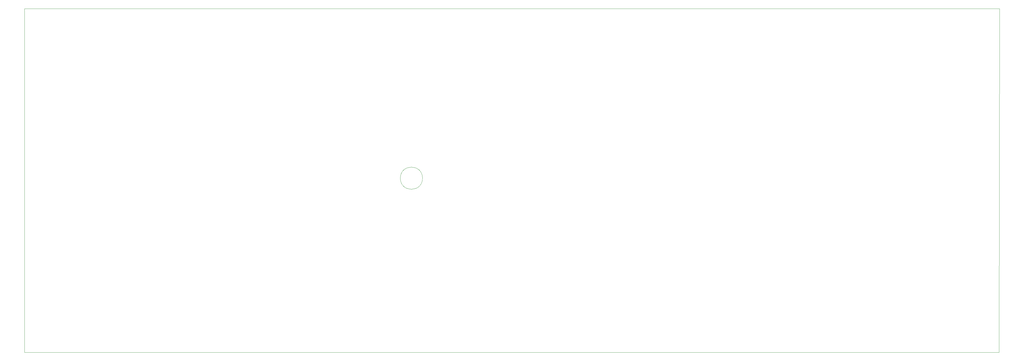
<source format=gbr>
%TF.GenerationSoftware,KiCad,Pcbnew,5.1.6+dfsg1-1~bpo10+1*%
%TF.CreationDate,2020-06-22T19:18:26-07:00*%
%TF.ProjectId,67keys-trackpoint,36376b65-7973-42d7-9472-61636b706f69,A*%
%TF.SameCoordinates,Original*%
%TF.FileFunction,Profile,NP*%
%FSLAX46Y46*%
G04 Gerber Fmt 4.6, Leading zero omitted, Abs format (unit mm)*
G04 Created by KiCad (PCBNEW 5.1.6+dfsg1-1~bpo10+1) date 2020-06-22 19:18:26*
%MOMM*%
%LPD*%
G01*
G04 APERTURE LIST*
%TA.AperFunction,Profile*%
%ADD10C,0.050000*%
%TD*%
G04 APERTURE END LIST*
D10*
X164592000Y-107315000D02*
G75*
G03*
X164592000Y-107315000I-3683000J0D01*
G01*
X32385000Y-50927000D02*
X356235000Y-50927000D01*
X32385000Y-50927000D02*
X32385000Y-165227000D01*
X356108000Y-165227000D02*
X32385000Y-165227000D01*
X356235000Y-50927000D02*
X356108000Y-165227000D01*
M02*

</source>
